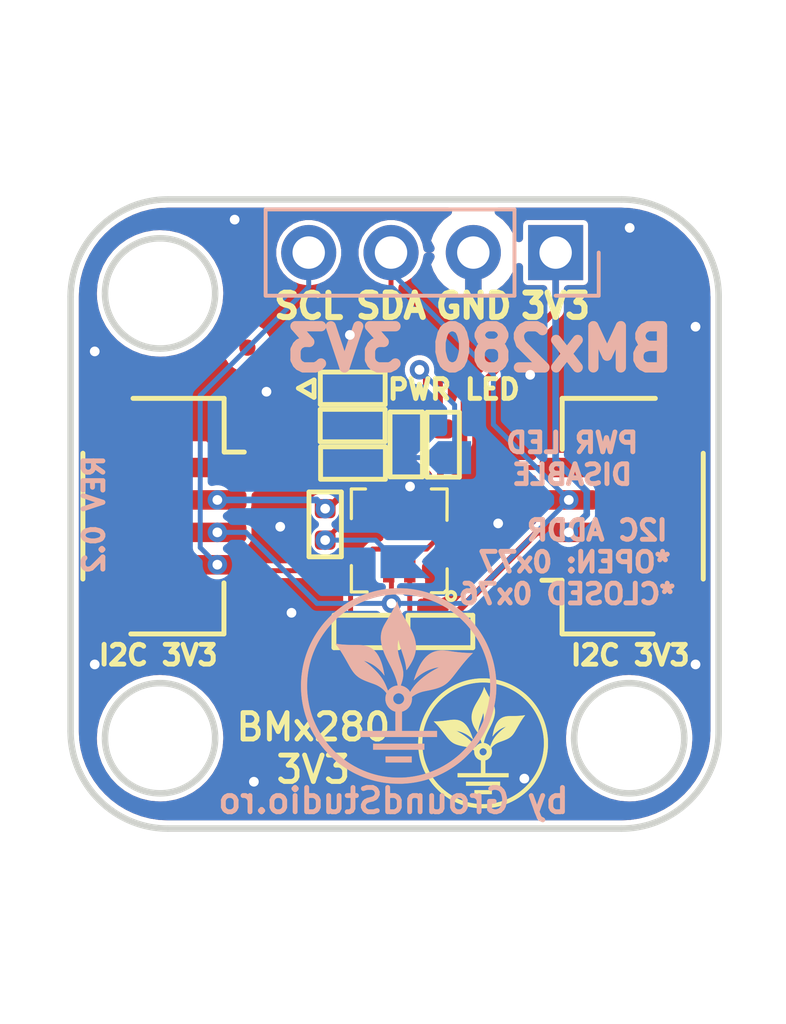
<source format=kicad_pcb>
(kicad_pcb (version 20211014) (generator pcbnew)
  (layers (0 "F.Cu" signal) (31 "B.Cu" signal) (34 "B.Paste" user) (35 "F.Paste" user) (36 "B.SilkS" user "B.Silkscreen") (37 "F.SilkS" user "F.Silkscreen") (38 "B.Mask" user) (39 "F.Mask" user) (44 "Edge.Cuts" user))
  (net 0 "")
  (net 1 "GND")
  (net 2 "ADDR")
  (net 3 "CSB")
  (net 4 "SDA")
  (net 5 "SCK")
  (net 6 "+3V3")
  (net 7 "Net-(D1-Pad1)")
  (net 8 "Net-(J2-Pad1)")
  (footprint "GS_Local:R_0402_1005Metric" (layer "F.Cu") (at 77.868961 90.370118 180)
    (fp_text reference "R1")
    (fp_text value "10K")
    (pad "1" smd roundrect locked (at -0.485 0 180) (size 0.59 0.64) (layers "F.Cu" "F.Paste" "F.Mask") (net 6 "+3V3"))
    (pad "2" smd roundrect locked (at 0.485 0 180) (size 0.59 0.64) (layers "F.Cu" "F.Paste" "F.Mask") (net 3 "CSB"))
  )
  (footprint "GS_Local:R_0402_1005Metric" (layer "F.Cu") (at 75.582961 90.370118 180)
    (fp_text reference "R2")
    (fp_text value "10K")
    (pad "1" smd roundrect locked (at -0.485 0 180) (size 0.59 0.64) (layers "F.Cu" "F.Paste" "F.Mask") (net 6 "+3V3"))
    (pad "2" smd roundrect locked (at 0.485 0 180) (size 0.59 0.64) (layers "F.Cu" "F.Paste" "F.Mask") (net 5 "SCK"))
  )
  (footprint "GS_Local:R_0402_1005Metric" (layer "F.Cu") (at 74.31296 87.068118 90)
    (fp_text reference "R3")
    (fp_text value "10K")
    (pad "1" smd roundrect locked (at -0.485 0 90) (size 0.59 0.64) (layers "F.Cu" "F.Paste" "F.Mask") (net 2 "ADDR"))
    (pad "2" smd roundrect locked (at 0.485 0 90) (size 0.59 0.64) (layers "F.Cu" "F.Paste" "F.Mask") (net 6 "+3V3"))
  )
  (footprint "GS_Local:LGA-8_2x2.5mm_BMP&BME280" (layer "F.Cu") (at 76.59896 87.576119 -90)
    (fp_text reference "U1")
    (fp_text value "BMP280")
    (pad "1" smd rect locked (at 0.92 -0.975 270) (size 0.725 0.35) (layers "F.Cu" "F.Paste" "F.Mask") (net 1 "GND"))
    (pad "2" smd rect locked (at 0.92 -0.325 270) (size 0.725 0.35) (layers "F.Cu" "F.Paste" "F.Mask") (net 3 "CSB"))
    (pad "3" smd rect locked (at 0.92 0.325 270) (size 0.725 0.35) (layers "F.Cu" "F.Paste" "F.Mask") (net 4 "SDA"))
    (pad "4" smd rect locked (at 0.92 0.975 270) (size 0.725 0.35) (layers "F.Cu" "F.Paste" "F.Mask") (net 5 "SCK"))
    (pad "5" smd rect locked (at -0.92 0.975 270) (size 0.725 0.35) (layers "F.Cu" "F.Paste" "F.Mask") (net 2 "ADDR"))
    (pad "6" smd rect locked (at -0.92 0.325 270) (size 0.725 0.35) (layers "F.Cu" "F.Paste" "F.Mask") (net 6 "+3V3"))
    (pad "7" smd rect locked (at -0.92 -0.325 270) (size 0.725 0.35) (layers "F.Cu" "F.Paste" "F.Mask") (net 1 "GND"))
    (pad "8" smd rect locked (at -0.92 -0.975 270) (size 0.725 0.35) (layers "F.Cu" "F.Paste" "F.Mask") (net 6 "+3V3"))
  )
  (footprint "GS_Local:SCREW_M3" (layer "F.Cu") (at 83.71096 93.672118 -90)
    (fp_text reference "REF**" hide)
    (fp_text value "SCREW_M3" hide)
    (fp_curve (pts (xy -0.0109 -1.68476) (xy 0.927984 -1.68476) (xy 1.6891 -0.923644) (xy 1.6891 0.01524)) (layer "Edge.Cuts") (width 0.2))
    (fp_curve (pts (xy -0.0109 1.71524) (xy -0.949784 1.71524) (xy -1.7109 0.954124) (xy -1.7109 0.01524)) (layer "Edge.Cuts") (width 0.2))
    (fp_curve (pts (xy -1.7109 0.01524) (xy -1.7109 -0.923644) (xy -0.949784 -1.68476) (xy -0.0109 -1.68476)) (layer "Edge.Cuts") (width 0.2))
    (fp_curve (pts (xy 1.6891 0.01524) (xy 1.6891 0.954124) (xy 0.927984 1.71524) (xy -0.0109 1.71524)) (layer "Edge.Cuts") (width 0.2))
  )
  (footprint "GS_Local:SCREW_M3" (layer "F.Cu") (at 69.232961 79.956118 -90)
    (fp_text reference "REF**" hide)
    (fp_text value "SCREW_M3" hide)
    (fp_curve (pts (xy -0.0109 -1.68476) (xy 0.927984 -1.68476) (xy 1.6891 -0.923644) (xy 1.6891 0.01524)) (layer "Edge.Cuts") (width 0.2))
    (fp_curve (pts (xy 1.6891 0.01524) (xy 1.6891 0.954124) (xy 0.927984 1.71524) (xy -0.0109 1.71524)) (layer "Edge.Cuts") (width 0.2))
    (fp_curve (pts (xy -0.0109 1.71524) (xy -0.949784 1.71524) (xy -1.7109 0.954124) (xy -1.7109 0.01524)) (layer "Edge.Cuts") (width 0.2))
    (fp_curve (pts (xy -1.7109 0.01524) (xy -1.7109 -0.923644) (xy -0.949784 -1.68476) (xy -0.0109 -1.68476)) (layer "Edge.Cuts") (width 0.2))
  )
  (footprint "GS_Local:SCREW_M3" (layer "F.Cu") (at 69.23296 93.672118 -90)
    (fp_text reference "REF**" hide)
    (fp_text value "SCREW_M3" hide)
    (fp_curve (pts (xy 1.6891 0.01524) (xy 1.6891 0.954124) (xy 0.927984 1.71524) (xy -0.0109 1.71524)) (layer "Edge.Cuts") (width 0.2))
    (fp_curve (pts (xy -1.7109 0.01524) (xy -1.7109 -0.923644) (xy -0.949784 -1.68476) (xy -0.0109 -1.68476)) (layer "Edge.Cuts") (width 0.2))
    (fp_curve (pts (xy -0.0109 -1.68476) (xy 0.927984 -1.68476) (xy 1.6891 -0.923644) (xy 1.6891 0.01524)) (layer "Edge.Cuts") (width 0.2))
    (fp_curve (pts (xy -0.0109 1.71524) (xy -0.949784 1.71524) (xy -1.7109 0.954124) (xy -1.7109 0.01524)) (layer "Edge.Cuts") (width 0.2))
  )
  (footprint "GS_Branding:GS_Logo2_4x4" (layer "F.Cu") (at 79.18704 93.81998)
    (fp_text reference "G***" hide)
    (fp_text value "LOGO" hide)
  )
  (footprint "GS_Local:Fiducial_0.5mm_Mask1.5mm" (layer "F.Cu") (at 71.91248 81.61782 -90)
    (fp_text reference "REF**")
    (fp_text value "Fiducial_0.5mm_Mask1.5mm")
    (pad "" smd circle locked (at 0 0 270) (size 0.5 0.5) (layers "F.Cu" "F.Mask") (clearance 0.5))
  )
  (footprint "GS_Local:Fiducial_0.5mm_Mask1.5mm" (layer "F.Cu") (at 81.13776 91.74988 -90)
    (fp_text reference "REF**")
    (fp_text value "Fiducial_0.5mm_Mask1.5mm")
    (pad "" smd circle locked (at 0 0 270) (size 0.5 0.5) (layers "F.Cu" "F.Mask") (clearance 0.5))
  )
  (footprint "GS_Local:SH__1x04_P1.00mm_Horizontal" (layer "F.Cu") (at 69.10596 86.814118 -90)
    (fp_text reference "X1")
    (fp_text value "i2c_3V3")
    (pad "0" smd roundrect locked (at -2.9972 0.1524 270) (size 1 4.199999) (layers "F.Cu" "F.Paste" "F.Mask") (roundrect_rratio 0.208) (net 1 "GND"))
    (pad "0" smd roundrect locked (at 2.9972 0.127 270) (size 1 4.199999) (layers "F.Cu" "F.Paste" "F.Mask") (roundrect_rratio 0.208) (net 1 "GND"))
    (pad "1" smd roundrect locked (at -1.5 -1.8796 270) (size 0.6 1.8) (layers "F.Cu" "F.Paste" "F.Mask") (net 1 "GND"))
    (pad "2" smd roundrect locked (at -0.5 -1.8796 270) (size 0.6 1.8) (layers "F.Cu" "F.Paste" "F.Mask") (net 6 "+3V3"))
    (pad "3" smd roundrect locked (at 0.5 -1.8796 270) (size 0.6 1.8) (layers "F.Cu" "F.Paste" "F.Mask") (net 4 "SDA"))
    (pad "4" smd roundrect locked (at 1.5 -1.8796 270) (size 0.6 1.8) (layers "F.Cu" "F.Paste" "F.Mask") (net 5 "SCK"))
  )
  (footprint "GS_Local:SH__1x04_P1.00mm_Horizontal" (layer "F.Cu") (at 83.71096 86.814119 90)
    (fp_text reference "X2")
    (fp_text value "i2c_3V3")
    (pad "0" smd roundrect locked (at 2.9972 0.127 90) (size 1 4.199999) (layers "F.Cu" "F.Paste" "F.Mask") (roundrect_rratio 0.208) (net 1 "GND"))
    (pad "0" smd roundrect locked (at -2.9972 0.1524 90) (size 1 4.199999) (layers "F.Cu" "F.Paste" "F.Mask") (roundrect_rratio 0.208) (net 1 "GND"))
    (pad "1" smd roundrect locked (at -1.5 -1.8796 90) (size 0.6 1.8) (layers "F.Cu" "F.Paste" "F.Mask") (net 1 "GND"))
    (pad "2" smd roundrect locked (at -0.5 -1.8796 90) (size 0.6 1.8) (layers "F.Cu" "F.Paste" "F.Mask") (net 6 "+3V3"))
    (pad "3" smd roundrect locked (at 0.5 -1.8796 90) (size 0.6 1.8) (layers "F.Cu" "F.Paste" "F.Mask") (net 4 "SDA"))
    (pad "4" smd roundrect locked (at 1.5 -1.8796 90) (size 0.6 1.8) (layers "F.Cu" "F.Paste" "F.Mask") (net 5 "SCK"))
  )
  (footprint "GS_Local:LED_0402_1005Metric" (layer "F.Cu") (at 75.16368 82.87004)
    (fp_text reference "D1")
    (fp_text value "RED")
    (pad "1" smd roundrect locked (at -0.485 0) (size 0.59 0.64) (layers "F.Cu" "F.Paste" "F.Mask") (net 7 "Net-(D1-Pad1)"))
    (pad "2" smd roundrect locked (at 0.485 0) (size 0.59 0.64) (layers "F.Cu" "F.Paste" "F.Mask") (net 6 "+3V3"))
  )
  (footprint "GS_Local:R_0402_1005Metric" (layer "F.Cu") (at 76.81468 84.60232 -90)
    (fp_text reference "R5")
    (fp_text value "1k")
    (pad "1" smd roundrect locked (at -0.485 0 270) (size 0.59 0.64) (layers "F.Cu" "F.Paste" "F.Mask") (net 7 "Net-(D1-Pad1)"))
    (pad "2" smd roundrect locked (at 0.485 0 270) (size 0.59 0.64) (layers "F.Cu" "F.Paste" "F.Mask") (net 8 "Net-(J2-Pad1)"))
  )
  (footprint "GS_Local:R_0402_1005Metric" (layer "F.Cu") (at 77.95514 84.60994 90)
    (fp_text reference "R4")
    (fp_text value "10K")
    (pad "1" smd roundrect locked (at -0.485 0 90) (size 0.59 0.64) (layers "F.Cu" "F.Paste" "F.Mask") (net 6 "+3V3"))
    (pad "2" smd roundrect locked (at 0.485 0 90) (size 0.59 0.64) (layers "F.Cu" "F.Paste" "F.Mask") (net 4 "SDA"))
  )
  (footprint "GS_Local:C_0402_1005Metric" (layer "F.Cu") (at 75.1713 85.17636 180)
    (fp_text reference "C1")
    (fp_text value "100nF")
    (pad "1" smd roundrect locked (at -0.485 0 180) (size 0.59 0.64) (layers "F.Cu" "F.Paste" "F.Mask") (net 6 "+3V3"))
    (pad "2" smd roundrect locked (at 0.485 0 180) (size 0.59 0.64) (layers "F.Cu" "F.Paste" "F.Mask") (net 1 "GND"))
  )
  (footprint "GS_Local:C_0402_1005Metric" (layer "F.Cu") (at 75.16114 84.02066 180)
    (fp_text reference "C2")
    (fp_text value "1uF")
    (pad "1" smd roundrect locked (at -0.485 0 180) (size 0.59 0.64) (layers "F.Cu" "F.Paste" "F.Mask") (net 6 "+3V3"))
    (pad "2" smd roundrect locked (at 0.485 0 180) (size 0.59 0.64) (layers "F.Cu" "F.Paste" "F.Mask") (net 1 "GND"))
  )
  (footprint "GS_Local:PinHeader_1x04_P2.54mm_Vertical_Male" (layer "B.Cu") (at 81.424961 78.686119 90)
    (fp_text reference "J1")
    (fp_text value "Conn_01x04")
    (pad "1" thru_hole rect locked (at 0 0 90) (size 1.7 1.7) (drill 1) (layers *.Cu *.Mask) (net 6 "+3V3"))
    (pad "2" thru_hole oval locked (at 0 -2.54 90) (size 1.7 1.7) (drill 1) (layers *.Cu *.Mask) (net 1 "GND"))
    (pad "3" thru_hole oval locked (at 0 -5.08 90) (size 1.7 1.7) (drill 1) (layers *.Cu *.Mask) (net 4 "SDA"))
    (pad "4" thru_hole oval locked (at 0 -7.62 90) (size 1.7 1.7) (drill 1) (layers *.Cu *.Mask) (net 5 "SCK"))
  )
  (footprint "GS_Local:SolderJumper_NO" (layer "B.Cu") (at 77.4192 88.21674 180)
    (fp_text reference "J4")
    (fp_text value "I2C ADDR SELECT")
    (pad "1" smd custom locked (at -0.889 0 180) (size 0.9906 0.9906) (layers "B.Cu" "B.Mask") (net 1 "GND") (options (clearance outline) (anchor rect)) (primitives (gr_poly (pts (xy -0.508 0.508) (xy 0.508 0.508) (xy 1.016 0) (xy 0.508 -0.508) (xy -0.508 -0.508)) (width 0) (fill yes))))
    (pad "2" smd custom locked (at 0.889 0) (size 0.9906 0.9906) (layers "B.Cu" "B.Mask") (net 2 "ADDR") (options (clearance outline) (anchor rect)) (primitives (gr_poly (pts (xy -0.508 0.508) (xy 1.016 0.508) (xy 0.508 0) (xy 1.016 -0.508) (xy -0.508 -0.508)) (width 0) (fill yes))))
  )
  (footprint "GS_Local:SolderJumper_NC" (layer "B.Cu") (at 77.4192 85.00872 180)
    (fp_text reference "J2")
    (fp_text value "PWR LED DISABLE")
    (fp_line (start 0.05334 0) (end 0.30988 0) (layer "B.Cu") (width 0.1524))
    (pad "1" smd custom locked (at -0.889 0 180) (size 0.9906 0.9906) (layers "B.Cu" "B.Mask") (net 8 "Net-(J2-Pad1)") (options (clearance outline) (anchor rect)) (primitives (gr_poly (pts (xy -0.508 0.508) (xy 0.508 0.508) (xy 1.016 0) (xy 0.508 -0.508) (xy -0.508 -0.508)) (width 0) (fill yes))))
    (pad "2" smd custom locked (at 0.889 0) (size 0.9906 0.9906) (layers "B.Cu" "B.Mask") (net 1 "GND") (options (clearance outline) (anchor rect)) (primitives (gr_poly (pts (xy -0.508 0.508) (xy 1.016 0.508) (xy 0.508 0) (xy 1.016 -0.508) (xy -0.508 -0.508)) (width 0) (fill yes))))
  )
  (footprint "GS_Branding:GS_Logo2_6x6" (layer "B.Cu") (at 76.581 92.05214 180)
    (fp_text reference "G***" hide)
    (fp_text value "LOGO" hide)
  )
  (gr_curve (pts (xy 69.456741 96.447558) (xy 67.806741 96.447558) (xy 66.456741 95.097559) (xy 66.45674 93.447558)) (layer "Edge.Cuts") (width 0.2))
  (gr_curve (pts (xy 66.45674 80.047558) (xy 66.45674 78.397558) (xy 67.80674 77.047558) (xy 69.45674 77.047558)) (layer "Edge.Cuts") (width 0.2))
  (gr_curve (pts (xy 66.45674 93.447558) (xy 66.45674 93.447558) (xy 66.45674 80.047558) (xy 66.45674 80.047558)) (layer "Edge.Cuts") (width 0.2))
  (gr_curve (pts (xy 86.45674 93.447559) (xy 86.45674 95.097559) (xy 85.10674 96.447558) (xy 83.456741 96.447558)) (layer "Edge.Cuts") (width 0.2))
  (gr_curve (pts (xy 86.45674 80.047559) (xy 86.45674 80.047559) (xy 86.45674 93.447559) (xy 86.45674 93.447559)) (layer "Edge.Cuts") (width 0.2))
  (gr_curve (pts (xy 69.45674 77.047558) (xy 69.45674 77.047558) (xy 83.45674 77.047558) (xy 83.45674 77.047558)) (layer "Edge.Cuts") (width 0.2))
  (gr_curve (pts (xy 83.45674 77.047558) (xy 85.106741 77.047558) (xy 86.456741 78.397558) (xy 86.45674 80.047559)) (layer "Edge.Cuts") (width 0.2))
  (gr_curve (pts (xy 83.456741 96.447558) (xy 83.456741 96.447558) (xy 69.456741 96.447558) (xy 69.456741 96.447558)) (layer "Edge.Cuts") (width 0.2))
  (gr_text "I2C ADDR\n   *OPEN: 0x77\n    *CLOSED 0x76\n" (at 82.70748 88.23452) (layer "B.SilkS") (effects (font (size 0.6096 0.6096) (thickness 0.1524)) (justify mirror)))
  (gr_text "REV 0.2" (at 67.17792 86.76386 90) (layer "B.SilkS") (effects (font (size 0.6096 0.6096) (thickness 0.1524)) (justify mirror)))
  (gr_text "PWR LED\nDISABLE" (at 81.93532 85.04428) (layer "B.SilkS") (effects (font (size 0.6096 0.6096) (thickness 0.1524)) (justify mirror)))
  (gr_text "BMx280 3V3" (at 79.0829 81.65592) (layer "B.SilkS") (effects (font (size 1.27 1.27) (thickness 0.3175)) (justify mirror)))
  (gr_text "by GroundStudio.ro" (at 76.42098 95.59036) (layer "B.SilkS") (effects (font (size 0.75 0.75)) (justify mirror)))
  (gr_text "3V3" (at 81.42224 80.33258) (layer "F.SilkS") (effects (font (size 0.75 0.75) (thickness 0.1875))))
  (gr_text "SDA" (at 76.34478 80.33258) (layer "F.SilkS") (effects (font (size 0.75 0.75) (thickness 0.1875))))
  (gr_text "BMx280\n3V3" (at 73.94702 93.97238) (layer "F.SilkS") (effects (font (size 0.8128 0.8128) (thickness 0.1524))))
  (gr_text "I2C 3V3" (at 69.15912 91.10218) (layer "F.SilkS") (effects (font (size 0.6096 0.6096) (thickness 0.1524))))
  (gr_text "I2C 3V3" (at 83.72602 91.10472) (layer "F.SilkS") (effects (font (size 0.6096 0.6096) (thickness 0.1524))))
  (gr_text "SCL" (at 73.804959 80.337119) (layer "F.SilkS") (effects (font (size 0.75 0.75) (thickness 0.1875))))
  (gr_text "GND" (at 78.89494 80.33258) (layer "F.SilkS") (effects (font (size 0.75 0.75) (thickness 0.185))))
  (gr_text "PWR LED" (at 78.2828 82.90814) (layer "F.SilkS") (effects (font (size 0.6096 0.6096) (thickness 0.1524))))
  (via (at 76.93152 85.90026) (size 0.6) (drill 0.3) (layers "F.Cu" "B.Cu") (net 1))
  (via (at 72.92594 87.13978) (size 0.6) (drill 0.3) (layers "F.Cu" "B.Cu") (net 1))
  (via (at 85.74296 80.972119) (size 0.6) (drill 0.3) (layers "F.Cu" "B.Cu") (net 1))
  (via (at 67.20096 81.734118) (size 0.6) (drill 0.3) (layers "F.Cu" "B.Cu") (net 1))
  (via (at 85.74296 91.386119) (size 0.6) (drill 0.3) (layers "F.Cu" "B.Cu") (net 1))
  (via (at 72.50176 82.97672) (size 0.6) (drill 0.3) (layers "F.Cu" "B.Cu") (net 1))
  (via (at 72.11314 95.00362) (size 0.6) (drill 0.3) (layers "F.Cu" "B.Cu") (net 1))
  (via (at 80.63992 82.45602) (size 0.6) (drill 0.3) (layers "F.Cu" "B.Cu") (net 1))
  (via (at 79.65186 87.03818) (size 0.6) (drill 0.3) (layers "F.Cu" "B.Cu") (net 1))
  (via (at 67.20096 91.386119) (size 0.6) (drill 0.3) (layers "F.Cu" "B.Cu") (net 1))
  (via (at 80.45958 94.9071) (size 0.6) (drill 0.3) (layers "F.Cu" "B.Cu") (net 1))
  (via (at 73.27392 89.79408) (size 0.6) (drill 0.3) (layers "F.Cu" "B.Cu") (net 1))
  (via (at 83.710961 77.924118) (size 0.6) (drill 0.3) (layers "F.Cu" "B.Cu") (net 1))
  (via (at 75.074961 81.226118) (size 0.6) (drill 0.3) (layers "F.Cu" "B.Cu") (net 1))
  (via (at 71.518961 77.670119) (size 0.6) (drill 0.3) (layers "F.Cu" "B.Cu") (net 1))
  (segment (start 75.550961 86.583118) (end 75.282988 86.583118) (width 0.1524) (layer "F.Cu") (net 2))
  (segment (start 74.31296 87.553118) (end 74.312988 87.553118) (width 0.1524) (layer "F.Cu") (net 2))
  (segment (start 75.282988 86.583118) (end 74.312988 87.553118) (width 0.1524) (layer "F.Cu") (net 2))
  (via (at 74.312988 87.553118) (size 0.6) (drill 0.3) (layers "F.Cu" "B.Cu") (net 2))
  (segment (start 75.866578 87.553118) (end 76.5302 88.21674) (width 0.1524) (layer "B.Cu") (net 2))
  (segment (start 74.312988 87.553118) (end 75.866578 87.553118) (width 0.1524) (layer "B.Cu") (net 2))
  (segment (start 77.383961 90.370118) (end 76.923961 89.910119) (width 0.1524) (layer "F.Cu") (net 3))
  (segment (start 76.923961 89.910119) (end 76.923961 88.496119) (width 0.1524) (layer "F.Cu") (net 3))
  (segment (start 76.34496 80.225318) (end 76.34496 78.686118) (width 0.1524) (layer "F.Cu") (net 4))
  (segment (start 77.868961 84.3002) (end 77.868961 81.749319) (width 0.1524) (layer "F.Cu") (net 4))
  (segment (start 70.858561 87.314118) (end 70.985468 87.314118) (width 0.1524) (layer "F.Cu") (net 4))
  (segment (start 81.932961 86.314119) (end 81.831312 86.314119) (width 0.1524) (layer "F.Cu") (net 4))
  (segment (start 76.273962 88.496118) (end 76.35748 88.579636) (width 0.1524) (layer "F.Cu") (net 4))
  (segment (start 77.868961 81.749319) (end 76.34496 80.225318) (width 0.1524) (layer "F.Cu") (net 4))
  (segment (start 81.061361 86.306118) (end 81.06936 86.314119) (width 0.1524) (layer "F.Cu") (net 4))
  (segment (start 76.35748 88.579636) (end 76.35748 89.50452) (width 0.1524) (layer "F.Cu") (net 4))
  (via (at 81.831312 86.314119) (size 0.6) (drill 0.3) (layers "F.Cu" "B.Cu") (net 4))
  (via (at 76.35748 89.50452) (size 0.6) (drill 0.3) (layers "F.Cu" "B.Cu") (net 4))
  (via (at 70.985468 87.314118) (size 0.6) (drill 0.3) (layers "F.Cu" "B.Cu") (net 4))
  (segment (start 71.870222 87.314118) (end 70.985468 87.314118) (width 0.1524) (layer "B.Cu") (net 4))
  (segment (start 76.35748 89.50452) (end 76.50988 89.35212) (width 0.1524) (layer "B.Cu") (net 4))
  (segment (start 76.35748 89.50452) (end 74.060624 89.50452) (width 0.1524) (layer "B.Cu") (net 4))
  (segment (start 78.640911 89.50452) (end 81.831312 86.314119) (width 0.1524) (layer "B.Cu") (net 4))
  (segment (start 76.344961 79.288821) (end 79.50454 82.4484) (width 0.1524) (layer "B.Cu") (net 4))
  (segment (start 76.35748 89.50452) (end 78.640911 89.50452) (width 0.1524) (layer "B.Cu") (net 4))
  (segment (start 76.344961 78.686119) (end 76.344961 79.288821) (width 0.1524) (layer "B.Cu") (net 4))
  (segment (start 79.50454 83.987347) (end 81.831312 86.314119) (width 0.1524) (layer "B.Cu") (net 4))
  (segment (start 74.060624 89.50452) (end 71.870222 87.314118) (width 0.1524) (layer "B.Cu") (net 4))
  (segment (start 79.50454 82.4484) (end 79.50454 83.987347) (width 0.1524) (layer "B.Cu") (net 4))
  (segment (start 71.040561 88.496119) (end 70.858561 88.314118) (width 0.1524) (layer "F.Cu") (net 5))
  (segment (start 75.62396 87.981219) (end 75.62396 88.496119) (width 0.1524) (layer "F.Cu") (net 5))
  (segment (start 70.98556 88.314118) (end 70.98556 88.3109) (width 0.1524) (layer "F.Cu") (net 5))
  (segment (start 79.959472 85.314118) (end 77.443472 87.830118) (width 0.1524) (layer "F.Cu") (net 5))
  (segment (start 81.069361 85.314118) (end 79.959472 85.314118) (width 0.1524) (layer "F.Cu") (net 5))
  (segment (start 75.097961 90.370118) (end 75.097961 89.022118) (width 0.1524) (layer "F.Cu") (net 5))
  (segment (start 77.443472 87.830118) (end 75.775061 87.830118) (width 0.1524) (layer "F.Cu") (net 5))
  (segment (start 75.097961 89.022118) (end 75.62396 88.496119) (width 0.1524) (layer "F.Cu") (net 5))
  (segment (start 70.98556 88.3109) (end 70.98538 88.31072) (width 0.1524) (layer "F.Cu") (net 5))
  (segment (start 73.70896 88.496118) (end 71.040561 88.496119) (width 0.1524) (layer "F.Cu") (net 5))
  (segment (start 75.775061 87.830118) (end 75.62396 87.981219) (width 0.1524) (layer "F.Cu") (net 5))
  (segment (start 75.62396 88.496119) (end 73.70896 88.496118) (width 0.1524) (layer "F.Cu") (net 5))
  (via (at 70.98538 88.31072) (size 0.6) (drill 0.3) (layers "F.Cu" "B.Cu") (net 5))
  (segment (start 73.804961 79.748199) (end 73.804961 78.686119) (width 0.1524) (layer "B.Cu") (net 5))
  (segment (start 70.98538 88.31072) (end 70.456867 87.782207) (width 0.1524) (layer "B.Cu") (net 5))
  (segment (start 70.456991 87.060265) (end 70.456991 83.096169) (width 0.1524) (layer "B.Cu") (net 5))
  (segment (start 70.456867 87.782207) (end 70.456867 87.060389) (width 0.1524) (layer "B.Cu") (net 5))
  (segment (start 70.456991 83.096169) (end 73.804961 79.748199) (width 0.1524) (layer "B.Cu") (net 5))
  (segment (start 70.456867 87.060389) (end 70.456991 87.060265) (width 0.1524) (layer "B.Cu") (net 5))
  (segment (start 77.57396 87.221819) (end 77.57396 86.656119) (width 0.2032) (layer "F.Cu") (net 6))
  (segment (start 81.831413 87.314118) (end 81.831412 87.314119) (width 0.2032) (layer "F.Cu") (net 6))
  (segment (start 70.985591 86.314119) (end 70.985592 86.314118) (width 0.2032) (layer "F.Cu") (net 6))
  (segment (start 81.424961 80.464118) (end 78.59776 83.291319) (width 0.2032) (layer "F.Cu") (net 6))
  (segment (start 81.969361 87.314118) (end 81.831413 87.314118) (width 0.2032) (layer "F.Cu") (net 6))
  (segment (start 70.85856 86.314119) (end 70.985591 86.314119) (width 0.2032) (layer "F.Cu") (net 6))
  (segment (start 81.424961 78.686119) (end 81.424961 80.464118) (width 0.2032) (layer "F.Cu") (net 6))
  (segment (start 76.64197 90.944129) (end 77.779951 90.944129) (width 0.2032) (layer "F.Cu") (net 6))
  (segment (start 74.399682 86.583118) (end 74.312988 86.583118) (width 0.2032) (layer "F.Cu") (net 6))
  (segment (start 75.6896 85.2932) (end 74.399682 86.583118) (width 0.2032) (layer "F.Cu") (net 6))
  (segment (start 76.06796 90.370118) (end 76.64197 90.944129) (width 0.2032) (layer "F.Cu") (net 6))
  (segment (start 76.395121 87.34298) (end 77.452799 87.34298) (width 0.2032) (layer "F.Cu") (net 6))
  (segment (start 77.868961 86.361118) (end 77.57396 86.656119) (width 0.2032) (layer "F.Cu") (net 6))
  (segment (start 81.83136 87.314119) (end 81.831412 87.314119) (width 0.2032) (layer "F.Cu") (net 6))
  (segment (start 77.779951 90.944129) (end 78.353961 90.370118) (width 0.2032) (layer "F.Cu") (net 6))
  (segment (start 76.21524 86.597399) (end 76.21524 85.91042) (width 0.2032) (layer "F.Cu") (net 6))
  (segment (start 76.27396 86.656119) (end 76.27396 87.221819) (width 0.2032) (layer "F.Cu") (net 6))
  (segment (start 75.6896 85.2932) (end 75.6896 84.0232) (width 0.2032) (layer "F.Cu") (net 6))
  (segment (start 78.59776 83.291319) (end 78.59776 84.541401) (width 0.2032) (layer "F.Cu") (net 6))
  (segment (start 76.27396 86.656119) (end 76.21524 86.597399) (width 0.2032) (layer "F.Cu") (net 6))
  (segment (start 80.844041 87.314119) (end 81.83136 87.314119) (width 0.2032) (layer "F.Cu") (net 6))
  (segment (start 74.31296 86.583118) (end 74.31296 86.583118) (width 0.2032) (layer "F.Cu") (net 6))
  (segment (start 76.27396 87.221819) (end 76.395121 87.34298) (width 0.2032) (layer "F.Cu") (net 6))
  (segment (start 75.6896 85.38478) (end 75.6896 85.2932) (width 0.2032) (layer "F.Cu") (net 6))
  (segment (start 78.59776 84.541401) (end 77.868961 85.2702) (width 0.2032) (layer "F.Cu") (net 6))
  (segment (start 78.353961 90.370118) (end 78.353961 89.804199) (width 0.2032) (layer "F.Cu") (net 6))
  (segment (start 75.64614 84.02066) (end 75.64614 82.87258) (width 0.2032) (layer "F.Cu") (net 6))
  (segment (start 78.353961 89.804199) (end 80.844041 87.314119) (width 0.2032) (layer "F.Cu") (net 6))
  (segment (start 77.452799 87.34298) (end 77.57396 87.221819) (width 0.2032) (layer "F.Cu") (net 6))
  (segment (start 77.868961 85.2702) (end 77.868961 86.361118) (width 0.2032) (layer "F.Cu") (net 6))
  (segment (start 75.64614 82.87258) (end 75.64868 82.87004) (width 0.2032) (layer "F.Cu") (net 6))
  (segment (start 76.21524 85.91042) (end 75.6896 85.38478) (width 0.2032) (layer "F.Cu") (net 6))
  (via (at 74.312988 86.583118) (size 0.6) (drill 0.3) (layers "F.Cu" "B.Cu") (net 6))
  (via (at 81.831412 87.314119) (size 0.6) (drill 0.3) (layers "F.Cu" "B.Cu") (net 6))
  (via (at 70.985592 86.314118) (size 0.6) (drill 0.3) (layers "F.Cu" "B.Cu") (net 6))
  (segment (start 74.043988 86.314118) (end 74.312988 86.583118) (width 0.2032) (layer "B.Cu") (net 6))
  (segment (start 81.424961 78.686119) (end 81.424961 85.087676) (width 0.2032) (layer "B.Cu") (net 6))
  (segment (start 82.385483 86.760048) (end 81.831412 87.314119) (width 0.2032) (layer "B.Cu") (net 6))
  (segment (start 70.985592 86.314118) (end 74.043988 86.314118) (width 0.2032) (layer "B.Cu") (net 6))
  (segment (start 81.424961 85.087676) (end 82.385483 86.048198) (width 0.2032) (layer "B.Cu") (net 6))
  (segment (start 82.385483 86.048198) (end 82.385483 86.760048) (width 0.2032) (layer "B.Cu") (net 6))
  (segment (start 75.31876 82.22996) (end 76.01966 82.22996) (width 0.1524) (layer "F.Cu") (net 7))
  (segment (start 76.81468 83.02498) (end 76.81468 84.11732) (width 0.1524) (layer "F.Cu") (net 7))
  (segment (start 76.01966 82.22996) (end 76.81468 83.02498) (width 0.1524) (layer "F.Cu") (net 7))
  (segment (start 74.67868 82.87004) (end 75.31876 82.22996) (width 0.1524) (layer "F.Cu") (net 7))
  (segment (start 77.22362 82.30108) (end 77.40653 82.48399) (width 0.1524) (layer "F.Cu") (net 8))
  (segment (start 77.40653 82.48399) (end 77.40653 84.49547) (width 0.1524) (layer "F.Cu") (net 8))
  (segment (start 77.40653 84.49547) (end 76.81468 85.08732) (width 0.1524) (layer "F.Cu") (net 8))
  (via (at 77.22362 82.30108) (size 0.6) (drill 0.3) (layers "F.Cu" "B.Cu") (net 8))
  (segment (start 77.22362 82.30108) (end 78.3082 83.38566) (width 0.1524) (layer "B.Cu") (net 8))
  (segment (start 78.3082 83.38566) (end 78.3082 85.00872) (width 0.1524) (layer "B.Cu") (net 8))
  (zone (net 1) (net_name "GND") (layer "F.Cu") (connect_pads (clearance 0.1524)) (min_thickness 0.254) (fill yes (thermal_gap 0.508) (thermal_bridge_width 0.508))
    (polygon (pts (xy 65.44074 97.449099) (xy 65.440741 76.306139) (xy 87.03582 76.306139) (xy 87.03582 97.449098)))
  )
  (zone (net 1) (net_name "GND") (layer "B.Cu") (connect_pads (clearance 0.1524)) (min_thickness 0.254) (fill yes (thermal_gap 0.508) (thermal_bridge_width 0.508))
    (polygon (pts (xy 65.4636 97.438938) (xy 65.4636 76.295979) (xy 87.05868 76.295978) (xy 87.05868 97.438939)))
  )
)
</source>
